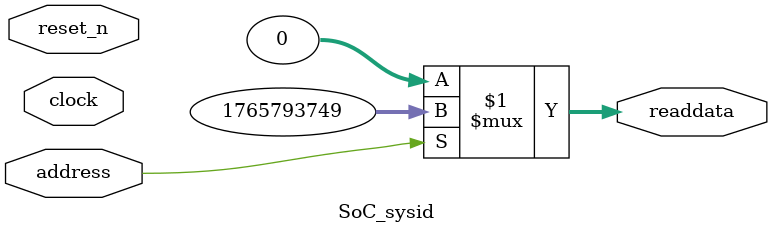
<source format=v>

`timescale 1ns / 1ps
// synthesis translate_on

// turn off superfluous verilog processor warnings 
// altera message_level Level1 
// altera message_off 10034 10035 10036 10037 10230 10240 10030 

module SoC_sysid (
               // inputs:
                address,
                clock,
                reset_n,

               // outputs:
                readdata
             )
;

  output  [ 31: 0] readdata;
  input            address;
  input            clock;
  input            reset_n;

  wire    [ 31: 0] readdata;
  //control_slave, which is an e_avalon_slave
  assign readdata = address ? 1765793749 : 0;

endmodule




</source>
